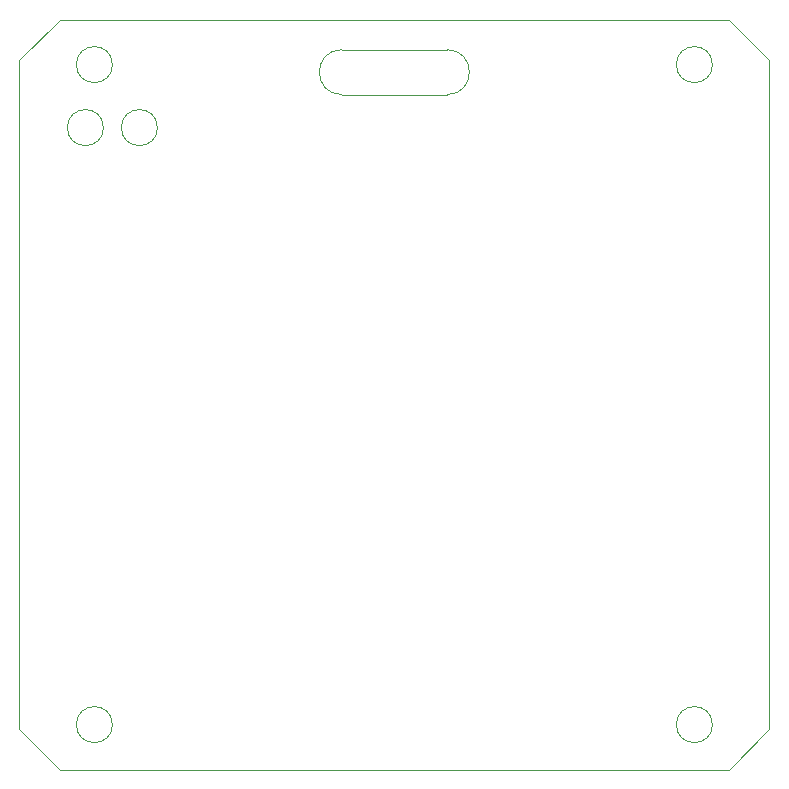
<source format=gbr>
%TF.GenerationSoftware,KiCad,Pcbnew,8.0.2-8.0.2-0~ubuntu22.04.1*%
%TF.CreationDate,2024-05-13T05:44:21+05:30*%
%TF.ProjectId,BagTag,42616754-6167-42e6-9b69-6361645f7063,v4*%
%TF.SameCoordinates,Original*%
%TF.FileFunction,Profile,NP*%
%FSLAX46Y46*%
G04 Gerber Fmt 4.6, Leading zero omitted, Abs format (unit mm)*
G04 Created by KiCad (PCBNEW 8.0.2-8.0.2-0~ubuntu22.04.1) date 2024-05-13 05:44:21*
%MOMM*%
%LPD*%
G01*
G04 APERTURE LIST*
%TA.AperFunction,Profile*%
%ADD10C,0.100000*%
%TD*%
G04 APERTURE END LIST*
D10*
X84455000Y-52070000D02*
X75565000Y-52070000D01*
X48260000Y-61722000D02*
X48260000Y-105791000D01*
X106934000Y-49530000D02*
G75*
G02*
X103886000Y-49530000I-1524000J0D01*
G01*
X103886000Y-49530000D02*
G75*
G02*
X106934000Y-49530000I1524000J0D01*
G01*
X59944000Y-54864000D02*
G75*
G02*
X56896000Y-54864000I-1524000J0D01*
G01*
X56896000Y-54864000D02*
G75*
G02*
X59944000Y-54864000I1524000J0D01*
G01*
X48260000Y-49149000D02*
X51689000Y-45720000D01*
X51689000Y-45720000D02*
X108331000Y-45720000D01*
X48260000Y-57658000D02*
X48260000Y-61722000D01*
X111760000Y-49149000D02*
X108331000Y-45720000D01*
X108331000Y-109220000D02*
X111760000Y-105791000D01*
X75565000Y-52070000D02*
G75*
G02*
X75565000Y-48260000I0J1905000D01*
G01*
X56134000Y-105410000D02*
G75*
G02*
X53086000Y-105410000I-1524000J0D01*
G01*
X53086000Y-105410000D02*
G75*
G02*
X56134000Y-105410000I1524000J0D01*
G01*
X108331000Y-109220000D02*
X51689000Y-109220000D01*
X55372000Y-54864000D02*
G75*
G02*
X52324000Y-54864000I-1524000J0D01*
G01*
X52324000Y-54864000D02*
G75*
G02*
X55372000Y-54864000I1524000J0D01*
G01*
X48260000Y-105791000D02*
X51689000Y-109220000D01*
X111760000Y-49149000D02*
X111760000Y-57658000D01*
X111760000Y-61722000D02*
X111760000Y-105791000D01*
X106934000Y-105410000D02*
G75*
G02*
X103886000Y-105410000I-1524000J0D01*
G01*
X103886000Y-105410000D02*
G75*
G02*
X106934000Y-105410000I1524000J0D01*
G01*
X56134000Y-49530000D02*
G75*
G02*
X53086000Y-49530000I-1524000J0D01*
G01*
X53086000Y-49530000D02*
G75*
G02*
X56134000Y-49530000I1524000J0D01*
G01*
X111760000Y-61722000D02*
X111760000Y-57658000D01*
X84455000Y-48260000D02*
G75*
G02*
X84455000Y-52070000I0J-1905000D01*
G01*
X75565000Y-48260000D02*
X84455000Y-48260000D01*
X48260000Y-49149000D02*
X48260000Y-57658000D01*
M02*

</source>
